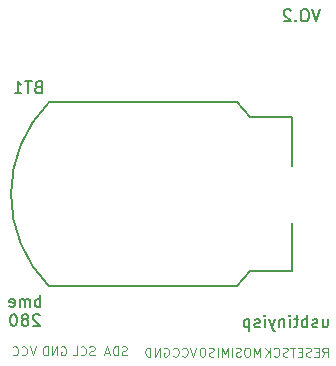
<source format=gbr>
G04 #@! TF.GenerationSoftware,KiCad,Pcbnew,(6.0.11)*
G04 #@! TF.CreationDate,2023-02-14T01:06:37+01:00*
G04 #@! TF.ProjectId,atmega328p-au--e01c-ml01s--bme280--cr2032,61746d65-6761-4333-9238-702d61752d2d,rev?*
G04 #@! TF.SameCoordinates,Original*
G04 #@! TF.FileFunction,Legend,Bot*
G04 #@! TF.FilePolarity,Positive*
%FSLAX46Y46*%
G04 Gerber Fmt 4.6, Leading zero omitted, Abs format (unit mm)*
G04 Created by KiCad (PCBNEW (6.0.11)) date 2023-02-14 01:06:37*
%MOMM*%
%LPD*%
G01*
G04 APERTURE LIST*
%ADD10C,0.125000*%
%ADD11C,0.150000*%
%ADD12C,0.127000*%
G04 APERTURE END LIST*
D10*
X122212285Y-92234285D02*
X122462285Y-91877142D01*
X122640857Y-92234285D02*
X122640857Y-91484285D01*
X122355142Y-91484285D01*
X122283714Y-91520000D01*
X122248000Y-91555714D01*
X122212285Y-91627142D01*
X122212285Y-91734285D01*
X122248000Y-91805714D01*
X122283714Y-91841428D01*
X122355142Y-91877142D01*
X122640857Y-91877142D01*
X121890857Y-91841428D02*
X121640857Y-91841428D01*
X121533714Y-92234285D02*
X121890857Y-92234285D01*
X121890857Y-91484285D01*
X121533714Y-91484285D01*
X121248000Y-92198571D02*
X121140857Y-92234285D01*
X120962285Y-92234285D01*
X120890857Y-92198571D01*
X120855142Y-92162857D01*
X120819428Y-92091428D01*
X120819428Y-92020000D01*
X120855142Y-91948571D01*
X120890857Y-91912857D01*
X120962285Y-91877142D01*
X121105142Y-91841428D01*
X121176571Y-91805714D01*
X121212285Y-91770000D01*
X121248000Y-91698571D01*
X121248000Y-91627142D01*
X121212285Y-91555714D01*
X121176571Y-91520000D01*
X121105142Y-91484285D01*
X120926571Y-91484285D01*
X120819428Y-91520000D01*
X120498000Y-91841428D02*
X120248000Y-91841428D01*
X120140857Y-92234285D02*
X120498000Y-92234285D01*
X120498000Y-91484285D01*
X120140857Y-91484285D01*
X119926571Y-91484285D02*
X119498000Y-91484285D01*
X119712285Y-92234285D02*
X119712285Y-91484285D01*
X111523000Y-91484285D02*
X111273000Y-92234285D01*
X111023000Y-91484285D01*
X110344428Y-92162857D02*
X110380142Y-92198571D01*
X110487285Y-92234285D01*
X110558714Y-92234285D01*
X110665857Y-92198571D01*
X110737285Y-92127142D01*
X110773000Y-92055714D01*
X110808714Y-91912857D01*
X110808714Y-91805714D01*
X110773000Y-91662857D01*
X110737285Y-91591428D01*
X110665857Y-91520000D01*
X110558714Y-91484285D01*
X110487285Y-91484285D01*
X110380142Y-91520000D01*
X110344428Y-91555714D01*
X109594428Y-92162857D02*
X109630142Y-92198571D01*
X109737285Y-92234285D01*
X109808714Y-92234285D01*
X109915857Y-92198571D01*
X109987285Y-92127142D01*
X110023000Y-92055714D01*
X110058714Y-91912857D01*
X110058714Y-91805714D01*
X110023000Y-91662857D01*
X109987285Y-91591428D01*
X109915857Y-91520000D01*
X109808714Y-91484285D01*
X109737285Y-91484285D01*
X109630142Y-91520000D01*
X109594428Y-91555714D01*
X105633714Y-92098571D02*
X105526571Y-92134285D01*
X105348000Y-92134285D01*
X105276571Y-92098571D01*
X105240857Y-92062857D01*
X105205142Y-91991428D01*
X105205142Y-91920000D01*
X105240857Y-91848571D01*
X105276571Y-91812857D01*
X105348000Y-91777142D01*
X105490857Y-91741428D01*
X105562285Y-91705714D01*
X105598000Y-91670000D01*
X105633714Y-91598571D01*
X105633714Y-91527142D01*
X105598000Y-91455714D01*
X105562285Y-91420000D01*
X105490857Y-91384285D01*
X105312285Y-91384285D01*
X105205142Y-91420000D01*
X104883714Y-92134285D02*
X104883714Y-91384285D01*
X104705142Y-91384285D01*
X104598000Y-91420000D01*
X104526571Y-91491428D01*
X104490857Y-91562857D01*
X104455142Y-91705714D01*
X104455142Y-91812857D01*
X104490857Y-91955714D01*
X104526571Y-92027142D01*
X104598000Y-92098571D01*
X104705142Y-92134285D01*
X104883714Y-92134285D01*
X104169428Y-91920000D02*
X103812285Y-91920000D01*
X104240857Y-92134285D02*
X103990857Y-91384285D01*
X103740857Y-92134285D01*
X102915857Y-92098571D02*
X102808714Y-92134285D01*
X102630142Y-92134285D01*
X102558714Y-92098571D01*
X102523000Y-92062857D01*
X102487285Y-91991428D01*
X102487285Y-91920000D01*
X102523000Y-91848571D01*
X102558714Y-91812857D01*
X102630142Y-91777142D01*
X102773000Y-91741428D01*
X102844428Y-91705714D01*
X102880142Y-91670000D01*
X102915857Y-91598571D01*
X102915857Y-91527142D01*
X102880142Y-91455714D01*
X102844428Y-91420000D01*
X102773000Y-91384285D01*
X102594428Y-91384285D01*
X102487285Y-91420000D01*
X101737285Y-92062857D02*
X101773000Y-92098571D01*
X101880142Y-92134285D01*
X101951571Y-92134285D01*
X102058714Y-92098571D01*
X102130142Y-92027142D01*
X102165857Y-91955714D01*
X102201571Y-91812857D01*
X102201571Y-91705714D01*
X102165857Y-91562857D01*
X102130142Y-91491428D01*
X102058714Y-91420000D01*
X101951571Y-91384285D01*
X101880142Y-91384285D01*
X101773000Y-91420000D01*
X101737285Y-91455714D01*
X101058714Y-92134285D02*
X101415857Y-92134285D01*
X101415857Y-91384285D01*
D11*
X98332523Y-88042380D02*
X98332523Y-87042380D01*
X98332523Y-87423333D02*
X98237285Y-87375714D01*
X98046809Y-87375714D01*
X97951571Y-87423333D01*
X97903952Y-87470952D01*
X97856333Y-87566190D01*
X97856333Y-87851904D01*
X97903952Y-87947142D01*
X97951571Y-87994761D01*
X98046809Y-88042380D01*
X98237285Y-88042380D01*
X98332523Y-87994761D01*
X97427761Y-88042380D02*
X97427761Y-87375714D01*
X97427761Y-87470952D02*
X97380142Y-87423333D01*
X97284904Y-87375714D01*
X97142047Y-87375714D01*
X97046809Y-87423333D01*
X96999190Y-87518571D01*
X96999190Y-88042380D01*
X96999190Y-87518571D02*
X96951571Y-87423333D01*
X96856333Y-87375714D01*
X96713476Y-87375714D01*
X96618238Y-87423333D01*
X96570619Y-87518571D01*
X96570619Y-88042380D01*
X95713476Y-87994761D02*
X95808714Y-88042380D01*
X95999190Y-88042380D01*
X96094428Y-87994761D01*
X96142047Y-87899523D01*
X96142047Y-87518571D01*
X96094428Y-87423333D01*
X95999190Y-87375714D01*
X95808714Y-87375714D01*
X95713476Y-87423333D01*
X95665857Y-87518571D01*
X95665857Y-87613809D01*
X96142047Y-87709047D01*
X98261095Y-88747619D02*
X98213476Y-88700000D01*
X98118238Y-88652380D01*
X97880142Y-88652380D01*
X97784904Y-88700000D01*
X97737285Y-88747619D01*
X97689666Y-88842857D01*
X97689666Y-88938095D01*
X97737285Y-89080952D01*
X98308714Y-89652380D01*
X97689666Y-89652380D01*
X97118238Y-89080952D02*
X97213476Y-89033333D01*
X97261095Y-88985714D01*
X97308714Y-88890476D01*
X97308714Y-88842857D01*
X97261095Y-88747619D01*
X97213476Y-88700000D01*
X97118238Y-88652380D01*
X96927761Y-88652380D01*
X96832523Y-88700000D01*
X96784904Y-88747619D01*
X96737285Y-88842857D01*
X96737285Y-88890476D01*
X96784904Y-88985714D01*
X96832523Y-89033333D01*
X96927761Y-89080952D01*
X97118238Y-89080952D01*
X97213476Y-89128571D01*
X97261095Y-89176190D01*
X97308714Y-89271428D01*
X97308714Y-89461904D01*
X97261095Y-89557142D01*
X97213476Y-89604761D01*
X97118238Y-89652380D01*
X96927761Y-89652380D01*
X96832523Y-89604761D01*
X96784904Y-89557142D01*
X96737285Y-89461904D01*
X96737285Y-89271428D01*
X96784904Y-89176190D01*
X96832523Y-89128571D01*
X96927761Y-89080952D01*
X96118238Y-88652380D02*
X96023000Y-88652380D01*
X95927761Y-88700000D01*
X95880142Y-88747619D01*
X95832523Y-88842857D01*
X95784904Y-89033333D01*
X95784904Y-89271428D01*
X95832523Y-89461904D01*
X95880142Y-89557142D01*
X95927761Y-89604761D01*
X96023000Y-89652380D01*
X96118238Y-89652380D01*
X96213476Y-89604761D01*
X96261095Y-89557142D01*
X96308714Y-89461904D01*
X96356333Y-89271428D01*
X96356333Y-89033333D01*
X96308714Y-88842857D01*
X96261095Y-88747619D01*
X96213476Y-88700000D01*
X96118238Y-88652380D01*
D10*
X100094428Y-91420000D02*
X100165857Y-91384285D01*
X100273000Y-91384285D01*
X100380142Y-91420000D01*
X100451571Y-91491428D01*
X100487285Y-91562857D01*
X100523000Y-91705714D01*
X100523000Y-91812857D01*
X100487285Y-91955714D01*
X100451571Y-92027142D01*
X100380142Y-92098571D01*
X100273000Y-92134285D01*
X100201571Y-92134285D01*
X100094428Y-92098571D01*
X100058714Y-92062857D01*
X100058714Y-91812857D01*
X100201571Y-91812857D01*
X99737285Y-92134285D02*
X99737285Y-91384285D01*
X99308714Y-92134285D01*
X99308714Y-91384285D01*
X98951571Y-92134285D02*
X98951571Y-91384285D01*
X98773000Y-91384285D01*
X98665857Y-91420000D01*
X98594428Y-91491428D01*
X98558714Y-91562857D01*
X98523000Y-91705714D01*
X98523000Y-91812857D01*
X98558714Y-91955714D01*
X98594428Y-92027142D01*
X98665857Y-92098571D01*
X98773000Y-92134285D01*
X98951571Y-92134285D01*
X108794428Y-91520000D02*
X108865857Y-91484285D01*
X108973000Y-91484285D01*
X109080142Y-91520000D01*
X109151571Y-91591428D01*
X109187285Y-91662857D01*
X109223000Y-91805714D01*
X109223000Y-91912857D01*
X109187285Y-92055714D01*
X109151571Y-92127142D01*
X109080142Y-92198571D01*
X108973000Y-92234285D01*
X108901571Y-92234285D01*
X108794428Y-92198571D01*
X108758714Y-92162857D01*
X108758714Y-91912857D01*
X108901571Y-91912857D01*
X108437285Y-92234285D02*
X108437285Y-91484285D01*
X108008714Y-92234285D01*
X108008714Y-91484285D01*
X107651571Y-92234285D02*
X107651571Y-91484285D01*
X107473000Y-91484285D01*
X107365857Y-91520000D01*
X107294428Y-91591428D01*
X107258714Y-91662857D01*
X107223000Y-91805714D01*
X107223000Y-91912857D01*
X107258714Y-92055714D01*
X107294428Y-92127142D01*
X107365857Y-92198571D01*
X107473000Y-92234285D01*
X107651571Y-92234285D01*
D11*
X122218238Y-89080714D02*
X122218238Y-89747380D01*
X122646809Y-89080714D02*
X122646809Y-89604523D01*
X122599190Y-89699761D01*
X122503952Y-89747380D01*
X122361095Y-89747380D01*
X122265857Y-89699761D01*
X122218238Y-89652142D01*
X121789666Y-89699761D02*
X121694428Y-89747380D01*
X121503952Y-89747380D01*
X121408714Y-89699761D01*
X121361095Y-89604523D01*
X121361095Y-89556904D01*
X121408714Y-89461666D01*
X121503952Y-89414047D01*
X121646809Y-89414047D01*
X121742047Y-89366428D01*
X121789666Y-89271190D01*
X121789666Y-89223571D01*
X121742047Y-89128333D01*
X121646809Y-89080714D01*
X121503952Y-89080714D01*
X121408714Y-89128333D01*
X120932523Y-89747380D02*
X120932523Y-88747380D01*
X120932523Y-89128333D02*
X120837285Y-89080714D01*
X120646809Y-89080714D01*
X120551571Y-89128333D01*
X120503952Y-89175952D01*
X120456333Y-89271190D01*
X120456333Y-89556904D01*
X120503952Y-89652142D01*
X120551571Y-89699761D01*
X120646809Y-89747380D01*
X120837285Y-89747380D01*
X120932523Y-89699761D01*
X120170619Y-89080714D02*
X119789666Y-89080714D01*
X120027761Y-88747380D02*
X120027761Y-89604523D01*
X119980142Y-89699761D01*
X119884904Y-89747380D01*
X119789666Y-89747380D01*
X119456333Y-89747380D02*
X119456333Y-89080714D01*
X119456333Y-88747380D02*
X119503952Y-88795000D01*
X119456333Y-88842619D01*
X119408714Y-88795000D01*
X119456333Y-88747380D01*
X119456333Y-88842619D01*
X118980142Y-89080714D02*
X118980142Y-89747380D01*
X118980142Y-89175952D02*
X118932523Y-89128333D01*
X118837285Y-89080714D01*
X118694428Y-89080714D01*
X118599190Y-89128333D01*
X118551571Y-89223571D01*
X118551571Y-89747380D01*
X118170619Y-89080714D02*
X117932523Y-89747380D01*
X117694428Y-89080714D02*
X117932523Y-89747380D01*
X118027761Y-89985476D01*
X118075380Y-90033095D01*
X118170619Y-90080714D01*
X117313476Y-89747380D02*
X117313476Y-89080714D01*
X117313476Y-88747380D02*
X117361095Y-88795000D01*
X117313476Y-88842619D01*
X117265857Y-88795000D01*
X117313476Y-88747380D01*
X117313476Y-88842619D01*
X116884904Y-89699761D02*
X116789666Y-89747380D01*
X116599190Y-89747380D01*
X116503952Y-89699761D01*
X116456333Y-89604523D01*
X116456333Y-89556904D01*
X116503952Y-89461666D01*
X116599190Y-89414047D01*
X116742047Y-89414047D01*
X116837285Y-89366428D01*
X116884904Y-89271190D01*
X116884904Y-89223571D01*
X116837285Y-89128333D01*
X116742047Y-89080714D01*
X116599190Y-89080714D01*
X116503952Y-89128333D01*
X116027761Y-89080714D02*
X116027761Y-90080714D01*
X116027761Y-89128333D02*
X115932523Y-89080714D01*
X115742047Y-89080714D01*
X115646809Y-89128333D01*
X115599190Y-89175952D01*
X115551571Y-89271190D01*
X115551571Y-89556904D01*
X115599190Y-89652142D01*
X115646809Y-89699761D01*
X115742047Y-89747380D01*
X115932523Y-89747380D01*
X116027761Y-89699761D01*
D10*
X114201571Y-92234285D02*
X114201571Y-91484285D01*
X113951571Y-92020000D01*
X113701571Y-91484285D01*
X113701571Y-92234285D01*
X113344428Y-92234285D02*
X113344428Y-91484285D01*
X113023000Y-92198571D02*
X112915857Y-92234285D01*
X112737285Y-92234285D01*
X112665857Y-92198571D01*
X112630142Y-92162857D01*
X112594428Y-92091428D01*
X112594428Y-92020000D01*
X112630142Y-91948571D01*
X112665857Y-91912857D01*
X112737285Y-91877142D01*
X112880142Y-91841428D01*
X112951571Y-91805714D01*
X112987285Y-91770000D01*
X113023000Y-91698571D01*
X113023000Y-91627142D01*
X112987285Y-91555714D01*
X112951571Y-91520000D01*
X112880142Y-91484285D01*
X112701571Y-91484285D01*
X112594428Y-91520000D01*
X112130142Y-91484285D02*
X111987285Y-91484285D01*
X111915857Y-91520000D01*
X111844428Y-91591428D01*
X111808714Y-91734285D01*
X111808714Y-91984285D01*
X111844428Y-92127142D01*
X111915857Y-92198571D01*
X111987285Y-92234285D01*
X112130142Y-92234285D01*
X112201571Y-92198571D01*
X112273000Y-92127142D01*
X112308714Y-91984285D01*
X112308714Y-91734285D01*
X112273000Y-91591428D01*
X112201571Y-91520000D01*
X112130142Y-91484285D01*
D11*
X121994428Y-62847380D02*
X121661095Y-63847380D01*
X121327761Y-62847380D01*
X120803952Y-62847380D02*
X120613476Y-62847380D01*
X120518238Y-62895000D01*
X120423000Y-62990238D01*
X120375380Y-63180714D01*
X120375380Y-63514047D01*
X120423000Y-63704523D01*
X120518238Y-63799761D01*
X120613476Y-63847380D01*
X120803952Y-63847380D01*
X120899190Y-63799761D01*
X120994428Y-63704523D01*
X121042047Y-63514047D01*
X121042047Y-63180714D01*
X120994428Y-62990238D01*
X120899190Y-62895000D01*
X120803952Y-62847380D01*
X119946809Y-63752142D02*
X119899190Y-63799761D01*
X119946809Y-63847380D01*
X119994428Y-63799761D01*
X119946809Y-63752142D01*
X119946809Y-63847380D01*
X119518238Y-62942619D02*
X119470619Y-62895000D01*
X119375380Y-62847380D01*
X119137285Y-62847380D01*
X119042047Y-62895000D01*
X118994428Y-62942619D01*
X118946809Y-63037857D01*
X118946809Y-63133095D01*
X118994428Y-63275952D01*
X119565857Y-63847380D01*
X118946809Y-63847380D01*
D10*
X97923000Y-91384285D02*
X97673000Y-92134285D01*
X97423000Y-91384285D01*
X96744428Y-92062857D02*
X96780142Y-92098571D01*
X96887285Y-92134285D01*
X96958714Y-92134285D01*
X97065857Y-92098571D01*
X97137285Y-92027142D01*
X97173000Y-91955714D01*
X97208714Y-91812857D01*
X97208714Y-91705714D01*
X97173000Y-91562857D01*
X97137285Y-91491428D01*
X97065857Y-91420000D01*
X96958714Y-91384285D01*
X96887285Y-91384285D01*
X96780142Y-91420000D01*
X96744428Y-91455714D01*
X95994428Y-92062857D02*
X96030142Y-92098571D01*
X96137285Y-92134285D01*
X96208714Y-92134285D01*
X96315857Y-92098571D01*
X96387285Y-92027142D01*
X96423000Y-91955714D01*
X96458714Y-91812857D01*
X96458714Y-91705714D01*
X96423000Y-91562857D01*
X96387285Y-91491428D01*
X96315857Y-91420000D01*
X96208714Y-91384285D01*
X96137285Y-91384285D01*
X96030142Y-91420000D01*
X95994428Y-91455714D01*
X119287285Y-92198571D02*
X119180142Y-92234285D01*
X119001571Y-92234285D01*
X118930142Y-92198571D01*
X118894428Y-92162857D01*
X118858714Y-92091428D01*
X118858714Y-92020000D01*
X118894428Y-91948571D01*
X118930142Y-91912857D01*
X119001571Y-91877142D01*
X119144428Y-91841428D01*
X119215857Y-91805714D01*
X119251571Y-91770000D01*
X119287285Y-91698571D01*
X119287285Y-91627142D01*
X119251571Y-91555714D01*
X119215857Y-91520000D01*
X119144428Y-91484285D01*
X118965857Y-91484285D01*
X118858714Y-91520000D01*
X118108714Y-92162857D02*
X118144428Y-92198571D01*
X118251571Y-92234285D01*
X118323000Y-92234285D01*
X118430142Y-92198571D01*
X118501571Y-92127142D01*
X118537285Y-92055714D01*
X118573000Y-91912857D01*
X118573000Y-91805714D01*
X118537285Y-91662857D01*
X118501571Y-91591428D01*
X118430142Y-91520000D01*
X118323000Y-91484285D01*
X118251571Y-91484285D01*
X118144428Y-91520000D01*
X118108714Y-91555714D01*
X117787285Y-92234285D02*
X117787285Y-91484285D01*
X117358714Y-92234285D02*
X117680142Y-91805714D01*
X117358714Y-91484285D02*
X117787285Y-91912857D01*
X116901571Y-92234285D02*
X116901571Y-91484285D01*
X116651571Y-92020000D01*
X116401571Y-91484285D01*
X116401571Y-92234285D01*
X115901571Y-91484285D02*
X115758714Y-91484285D01*
X115687285Y-91520000D01*
X115615857Y-91591428D01*
X115580142Y-91734285D01*
X115580142Y-91984285D01*
X115615857Y-92127142D01*
X115687285Y-92198571D01*
X115758714Y-92234285D01*
X115901571Y-92234285D01*
X115973000Y-92198571D01*
X116044428Y-92127142D01*
X116080142Y-91984285D01*
X116080142Y-91734285D01*
X116044428Y-91591428D01*
X115973000Y-91520000D01*
X115901571Y-91484285D01*
X115294428Y-92198571D02*
X115187285Y-92234285D01*
X115008714Y-92234285D01*
X114937285Y-92198571D01*
X114901571Y-92162857D01*
X114865857Y-92091428D01*
X114865857Y-92020000D01*
X114901571Y-91948571D01*
X114937285Y-91912857D01*
X115008714Y-91877142D01*
X115151571Y-91841428D01*
X115223000Y-91805714D01*
X115258714Y-91770000D01*
X115294428Y-91698571D01*
X115294428Y-91627142D01*
X115258714Y-91555714D01*
X115223000Y-91520000D01*
X115151571Y-91484285D01*
X114973000Y-91484285D01*
X114865857Y-91520000D01*
X114544428Y-92234285D02*
X114544428Y-91484285D01*
D11*
X98108714Y-69423571D02*
X97965857Y-69471190D01*
X97918238Y-69518809D01*
X97870619Y-69614047D01*
X97870619Y-69756904D01*
X97918238Y-69852142D01*
X97965857Y-69899761D01*
X98061095Y-69947380D01*
X98442047Y-69947380D01*
X98442047Y-68947380D01*
X98108714Y-68947380D01*
X98013476Y-68995000D01*
X97965857Y-69042619D01*
X97918238Y-69137857D01*
X97918238Y-69233095D01*
X97965857Y-69328333D01*
X98013476Y-69375952D01*
X98108714Y-69423571D01*
X98442047Y-69423571D01*
X97584904Y-68947380D02*
X97013476Y-68947380D01*
X97299190Y-69947380D02*
X97299190Y-68947380D01*
X96156333Y-69947380D02*
X96727761Y-69947380D01*
X96442047Y-69947380D02*
X96442047Y-68947380D01*
X96537285Y-69090238D01*
X96632523Y-69185476D01*
X96727761Y-69233095D01*
D12*
X119663000Y-71995000D02*
X116083000Y-71995000D01*
X116083000Y-71995000D02*
X114963000Y-70695000D01*
X119663000Y-84995000D02*
X119663000Y-80895000D01*
X114963000Y-70695000D02*
X99083000Y-70695000D01*
X114963000Y-86295000D02*
X116083000Y-84995000D01*
X119663000Y-76095000D02*
X119663000Y-71995000D01*
X116083000Y-84995000D02*
X119663000Y-84995000D01*
X99083000Y-86295000D02*
X114963000Y-86295000D01*
X99073000Y-70695000D02*
G75*
G03*
X99073000Y-86295000I7799999J-7800000D01*
G01*
M02*

</source>
